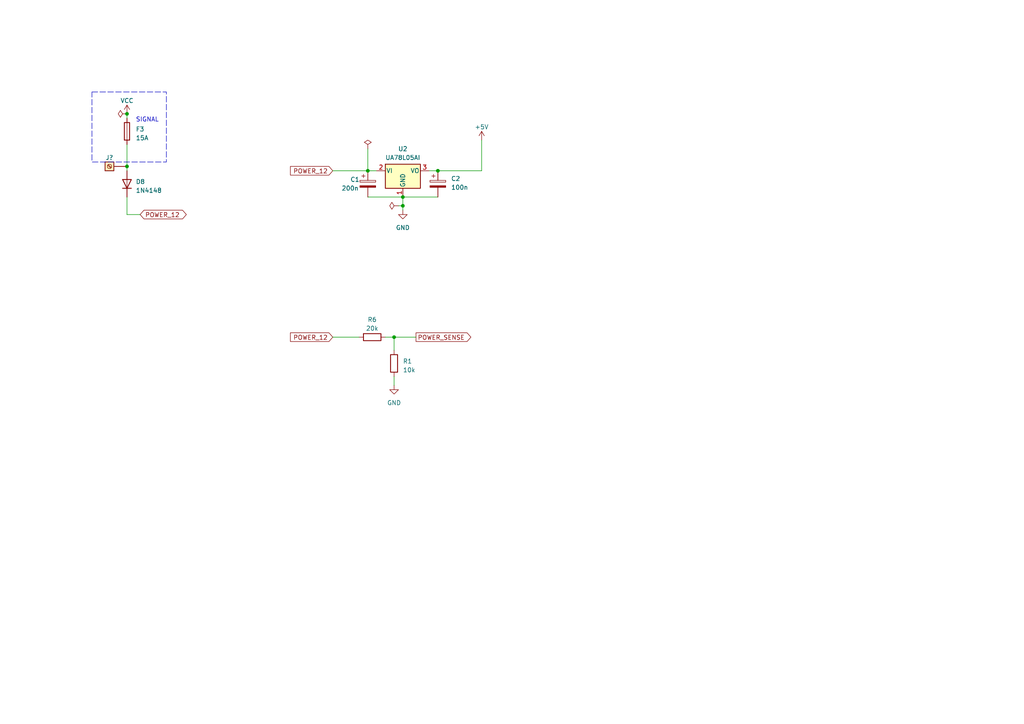
<source format=kicad_sch>
(kicad_sch (version 20230121) (generator eeschema)
  (paper "A4")
  (title_block (title "Power delivery module") (date "2023-04-19"))
  (lib_symbols
    (symbol "Connector:Screw_Terminal_01x01" (pin_numbers hide) (pin_names (offset 1.016) hide)
      (property "Reference" "J" (at 0 2.54 0))
      (property "Value" "Screw_Terminal_01x01" (at 0 -2.54 0))
      (symbol "Screw_Terminal_01x01_1_1"
        (rectangle (start -1.27 1.27) (end 1.27 -1.27) (stroke (width 0.254)) (fill (type background)))
        (polyline (pts (xy -0.5334 0.3302) (xy 0.3302 -0.508)) (stroke (width 0.1524)))
        (polyline (pts (xy -0.3556 0.508) (xy 0.508 -0.3302)) (stroke (width 0.1524)))
        (circle (center 0 0) (radius 0.635) (stroke (width 0.1524)))
        (pin passive line (at -5.08 0 0) (length 3.81) (name "Pin_1") (number "1"))
      )
    )
    (symbol "Device:C_Polarized" (pin_numbers hide) (pin_names (offset 0.254))
      (property "Reference" "C" (at 0.635 2.54 0))
      (property "Value" "C_Polarized" (at 0.635 -2.54 0))
      (symbol "C_Polarized_0_1"
        (rectangle (start -2.286 0.508) (end 2.286 1.016))
        (polyline (pts (xy -1.778 2.286) (xy -0.762 2.286)))
        (polyline (pts (xy -1.27 2.794) (xy -1.27 1.778)))
        (rectangle (start 2.286 -0.508) (end -2.286 -1.016) (fill (type outline)))
      )
      (symbol "C_Polarized_1_1"
        (pin passive line (at 0 3.81 270) (length 2.794) (name "~") (number "1"))
        (pin passive line (at 0 -3.81 90) (length 2.794) (name "~") (number "2"))
      )
    )
    (symbol "Device:R" (pin_numbers hide) (pin_names (offset 0))
      (property "Reference" "R" (at 2.032 0 90))
      (property "Value" "R" (at 0 0 90))
      (symbol "R_0_1"
        (rectangle (start -1.016 -2.54) (end 1.016 2.54) (stroke (width 0.254)))
      )
      (symbol "R_1_1"
        (pin passive line (at 0 3.81 270) (length 1.27) (name "~") (number "1"))
        (pin passive line (at 0 -3.81 90) (length 1.27) (name "~") (number "2"))
      )
    )
    (symbol "Diode:1N4002" (pin_numbers hide) (pin_names hide)
      (property "Reference" "D" (at 0 2.54 0))
      (property "Value" "1N4002" (at 0 -2.54 0))
      (symbol "1N4002_0_1"
        (polyline (pts (xy -1.27 1.27) (xy -1.27 -1.27)) (stroke (width 0.254)))
        (polyline (pts (xy 1.27 0) (xy -1.27 0)))
        (polyline (pts (xy 1.27 1.27) (xy 1.27 -1.27) (xy -1.27 0) (xy 1.27 1.27)) (stroke (width 0.254)))
      )
      (symbol "1N4002_1_1"
        (pin passive line (at -3.81 0 0) (length 2.54) (name "K") (number "1"))
        (pin passive line (at 3.81 0 180) (length 2.54) (name "A") (number "2"))
      )
    )
    (symbol "Fuse_1" (pin_numbers hide) (pin_names (offset 0))
      (property "Reference" "F" (at 2.032 0 90))
      (property "Value" "Fuse" (at -1.905 0 90))
      (symbol "Fuse_1_0_1"
        (rectangle (start -0.762 -2.54) (end 0.762 2.54) (stroke (width 0.254)))
        (polyline (pts (xy 0 2.54) (xy 0 -2.54)))
      )
      (symbol "Fuse_1_1_1"
        (pin passive line (at 0 3.81 270) (length 1.27) (name "~") (number "1"))
        (pin passive line (at 0 -3.81 90) (length 1.27) (name "~") (number "2"))
      )
    )
    (symbol "Regulator_Linear:LM7905_TO220" (pin_names (offset 0.254))
      (property "Reference" "U" (at -3.81 -3.175 0))
      (property "Value" "LM7905_TO220" (at 0 -3.175 0))
      (symbol "LM7905_TO220_0_1"
        (rectangle (start -5.08 5.08) (end 5.08 -1.905) (stroke (width 0.254)) (fill (type background)))
      )
      (symbol "LM7905_TO220_1_1"
        (pin power_in line (at 0 7.62 270) (length 2.54) (name "GND") (number "1"))
        (pin power_in line (at -7.62 0 0) (length 2.54) (name "VI") (number "2"))
        (pin power_out line (at 7.62 0 180) (length 2.54) (name "VO") (number "3"))
      )
    )
    (symbol "power:+5V" (power) (pin_names (offset 0))
      (property "Value" "+5V" (at 0 3.556 0))
      (symbol "+5V_0_1"
        (polyline (pts (xy -0.762 1.27) (xy 0 2.54)))
        (polyline (pts (xy 0 0) (xy 0 2.54)))
        (polyline (pts (xy 0 2.54) (xy 0.762 1.27)))
      )
      (symbol "+5V_1_1"
        (pin power_in line (at 0 0 90) (length 0) hide (name "+5V") (number "1"))
      )
    )
    (symbol "power:GND" (power) (pin_names (offset 0))
      (property "Value" "GND" (at 0 -3.81 0))
      (symbol "GND_0_1"
        (polyline (pts (xy 0 0) (xy 0 -1.27) (xy 1.27 -1.27) (xy 0 -2.54) (xy -1.27 -1.27) (xy 0 -1.27)))
      )
      (symbol "GND_1_1"
        (pin power_in line (at 0 0 270) (length 0) hide (name "GND") (number "1"))
      )
    )
    (symbol "power:PWR_FLAG" (power) (pin_numbers hide) (pin_names (offset 0) hide)
      (property "Value" "PWR_FLAG" (at 0 3.81 0))
      (symbol "PWR_FLAG_0_0"
        (pin power_out line (at 0 0 90) (length 0) (name "pwr") (number "1"))
      )
      (symbol "PWR_FLAG_0_1"
        (polyline (pts (xy 0 0) (xy 0 1.27) (xy -1.016 1.905) (xy 0 2.54) (xy 1.016 1.905) (xy 0 1.27)))
      )
    )
    (symbol "power:VCC" (power) (pin_names (offset 0))
      (property "Value" "VCC" (at 0 3.81 0))
      (symbol "VCC_0_1"
        (polyline (pts (xy -0.762 1.27) (xy 0 2.54)))
        (polyline (pts (xy 0 0) (xy 0 2.54)))
        (polyline (pts (xy 0 2.54) (xy 0.762 1.27)))
      )
      (symbol "VCC_1_1"
        (pin power_in line (at 0 0 90) (length 0) hide (name "VCC") (number "1"))
      )
    )
  )
  (junction (at 127 49.53))
  (junction (at 116.84 57.15))
  (junction (at 36.83 33.02))
  (junction (at 106.68 49.53))
  (junction (at 114.3 97.79))
  (junction (at 36.83 48.26))
  (junction (at 116.84 59.69))
  (wire (pts (xy 115.57 59.69) (xy 116.84 59.69)))
  (wire (pts (xy 106.68 43.18) (xy 106.68 49.53)))
  (wire (pts (xy 111.76 97.79) (xy 114.3 97.79)))
  (wire (pts (xy 36.83 41.91) (xy 36.83 48.26)))
  (wire (pts (xy 36.83 33.02) (xy 36.83 34.29)))
  (wire (pts (xy 116.84 57.15) (xy 127 57.15)))
  (wire (pts (xy 106.68 49.53) (xy 109.22 49.53)))
  (wire (pts (xy 114.3 109.22) (xy 114.3 111.76)))
  (wire (pts (xy 127 49.53) (xy 139.7 49.53)))
  (wire (pts (xy 36.83 49.53) (xy 36.83 48.26)))
  (wire (pts (xy 116.84 59.69) (xy 116.84 57.15)))
  (wire (pts (xy 139.7 49.53) (xy 139.7 40.64)))
  (wire (pts (xy 124.46 49.53) (xy 127 49.53)))
  (wire (pts (xy 116.84 60.96) (xy 116.84 59.69)))
  (wire (pts (xy 114.3 97.79) (xy 120.65 97.79)))
  (wire (pts (xy 114.3 101.6) (xy 114.3 97.79)))
  (wire (pts (xy 96.52 97.79) (xy 104.14 97.79)))
  (wire (pts (xy 36.83 57.15) (xy 36.83 62.23)))
  (wire (pts (xy 106.68 57.15) (xy 116.84 57.15)))
  (wire (pts (xy 36.83 62.23) (xy 40.64 62.23)))
  (wire (pts (xy 96.52 49.53) (xy 106.68 49.53)))
  (rectangle (start 26.67 26.67) (end 48.26 46.99) (stroke (width 0) (type dash)))
  (text "SIGNAL" (at 39.37 35.56 0) (effects (font (size 1.27 1.27)) (justify left bottom)))
  (global_label "POWER_SENSE" (shape output) (at 120.65 97.79 0) (property "Intersheetrefs" "${INTERSHEET_REFS}" (effects hide)))
  (global_label "POWER_12" (shape bidirectional) (at 40.64 62.23 0) (property "Intersheetrefs" "${INTERSHEET_REFS}" (effects hide)))
  (global_label "POWER_12" (shape input) (at 96.52 97.79 180) (property "Intersheetrefs" "${INTERSHEET_REFS}" (effects hide)))
  (global_label "POWER_12" (shape input) (at 96.52 49.53 180) (property "Intersheetrefs" "${INTERSHEET_REFS}" (effects hide)))
  (symbol (lib_id "Device:R") (at 114.3 105.41 0) (unit 1)
    (property "Reference" "R1" (at 116.84 104.775 0) (effects (justify left)))
    (property "Value" "10k" (at 116.84 107.315 0) (effects (justify left)))
    (property "Sim.Device" "R" (effects hide))
    (property "Sim.Pins" "1=+ 2=-" (effects hide))
    (instances (project "led_drive" (path "" (reference "R1") (unit 1)) (path "" (reference "R3") (unit 1)) (path "" (reference "R5") (unit 1))))
  )
  (symbol (lib_id "power:VCC") (at 36.83 33.02 0) (unit 1)
    (property "Reference" "#PWR028" (effects hide))
    (property "Value" "VCC" (at 36.83 29.21 0))
    (instances (project "led_drive" (path "" (reference "#PWR028") (unit 1)) (path "" (reference "#PWR020") (unit 1)) (path "" (reference "#PWR04") (unit 1))))
  )
  (symbol (lib_id "power:GND") (at 116.84 60.96 0) (unit 1)
    (property "Reference" "#PWR011" (effects hide))
    (property "Value" "GND" (at 116.84 66.04 0))
    (instances (project "led_drive" (path "" (reference "#PWR011") (unit 1)) (path "" (reference "#PWR037") (unit 1)) (path "" (reference "#PWR07") (unit 1))))
  )
  (symbol (lib_id "Connector:Screw_Terminal_01x01") (at 31.75 48.26 180) (unit 1)
    (property "Reference" "J?" (at 31.75 45.72 0))
    (property "Value" "Screw_Terminal_01x01" (effects hide))
    (instances (project "led_drive" (path "" (reference "J?") (unit 1)) (path "" (reference "J4") (unit 1)) (path "" (reference "J16") (unit 1)) (path "" (reference "J2") (unit 1))))
  )
  (symbol (lib_id "Device:R") (at 107.95 97.79 90) (unit 1)
    (property "Reference" "R6" (at 107.95 92.71 90))
    (property "Value" "20k" (at 107.95 95.25 90))
    (property "Sim.Device" "R" (effects hide))
    (property "Sim.Pins" "1=+ 2=-" (effects hide))
    (instances (project "led_drive" (path "" (reference "R6") (unit 1)) (path "" (reference "R2") (unit 1)) (path "" (reference "R6") (unit 1))))
  )
  (symbol (lib_id "Device:C_Polarized") (at 127 53.34 0) (unit 1)
    (property "Reference" "C2" (at 130.81 51.816 0) (effects (justify left)))
    (property "Value" "100n" (at 130.81 54.356 0) (effects (justify left)))
    (property "Footprint" "Diode_THT:D_DO-35_SOD27_P7.62mm_Horizontal" (effects hide))
    (instances (project "led_drive" (path "" (reference "C2") (unit 1)) (path "" (reference "C12") (unit 1)) (path "" (reference "C6") (unit 1))))
  )
  (symbol (lib_id "power:PWR_FLAG") (at 36.83 33.02 90) (unit 1)
    (property "Reference" "#FLG04" (effects hide))
    (property "Value" "PWR_FLAG" (effects hide))
    (property "Sim.Device" "V" (effects hide))
    (property "Sim.Type" "DC" (effects hide))
    (property "Sim.Pins" "1=+" (effects hide))
    (property "Sim.Params" "dc=12" (effects hide))
    (instances (project "led_drive" (path "" (reference "#FLG04") (unit 1)) (path "" (reference "#FLG05") (unit 1)) (path "" (reference "#FLG05") (unit 1))))
  )
  (symbol (lib_id "power:PWR_FLAG") (at 115.57 59.69 90) (unit 1)
    (property "Reference" "#FLG02" (effects hide))
    (property "Value" "PWR_FLAG" (effects hide))
    (property "Sim.Device" "V" (effects hide))
    (property "Sim.Type" "DC" (effects hide))
    (property "Sim.Pins" "1=+" (effects hide))
    (property "Sim.Params" "dc=0" (effects hide))
    (instances (project "led_drive" (path "" (reference "#FLG02") (unit 1)) (path "" (reference "#FLG07") (unit 1)) (path "" (reference "#FLG07") (unit 1))))
  )
  (symbol (lib_id "power:+5V") (at 139.7 40.64 0) (unit 1)
    (property "Reference" "#PWR013" (effects hide))
    (property "Value" "+5V" (at 139.7 36.83 0))
    (instances (project "led_drive" (path "" (reference "#PWR013") (unit 1)) (path "" (reference "#PWR041") (unit 1)) (path "" (reference "#PWR017") (unit 1))))
  )
  (symbol (lib_id "power:PWR_FLAG") (at 106.68 43.18 0) (unit 1)
    (property "Reference" "#FLG03" (effects hide))
    (property "Value" "PWR_FLAG" (effects hide))
    (property "Sim.Device" "V" (effects hide))
    (property "Sim.Type" "DC" (effects hide))
    (property "Sim.Pins" "1=+" (effects hide))
    (property "Sim.Params" "dc=12" (effects hide))
    (instances (project "led_drive" (path "" (reference "#FLG03") (unit 1)) (path "" (reference "#FLG06") (unit 1)) (path "" (reference "#FLG06") (unit 1))))
  )
  (symbol (lib_id "power:GND") (at 114.3 111.76 0) (unit 1)
    (property "Reference" "#PWR03" (effects hide))
    (property "Value" "GND" (at 114.3 116.84 0))
    (instances (project "led_drive" (path "" (reference "#PWR030") (unit 1)) (path "" (reference "#PWR06") (unit 1))))
  )
  (symbol (lib_id "Diode:1N4002") (at 36.83 53.34 90) (unit 1)
    (property "Reference" "D8" (at 39.37 52.705 90) (effects (justify right)))
    (property "Value" "1N4148" (at 39.37 55.245 90) (effects (justify right)))
    (property "Footprint" "Diode_THT:D_DO-41_SOD81_P10.16mm_Horizontal" (effects hide))
    (property "Datasheet" "http://www.vishay.com/docs/88503/1n4001.pdf" (effects hide))
    (property "Sim.Device" "D" (effects hide))
    (property "Sim.Pins" "1=K 2=A" (effects hide))
    (instances (project "led_drive" (path "" (reference "D8") (unit 1)) (path "" (reference "D12") (unit 1)) (path "" (reference "D14") (unit 1)) (path "" (reference "D2") (unit 1))))
  )
  (symbol (lib_id "Device:C_Polarized") (at 106.68 53.34 0) (unit 1)
    (property "Reference" "C1" (at 101.6 52.07 0) (effects (justify left)))
    (property "Value" "200n" (at 99.06 54.61 0) (effects (justify left)))
    (property "Footprint" "Diode_THT:D_DO-35_SOD27_P7.62mm_Horizontal" (effects hide))
    (instances (project "led_drive" (path "" (reference "C1") (unit 1)) (path "" (reference "C11") (unit 1)) (path "" (reference "C5") (unit 1))))
  )
  (symbol (lib_id "Regulator_Linear:LM7905_TO220") (at 116.84 49.53 0) (mirror x) (unit 1)
    (property "Reference" "U2" (at 116.84 43.18 0))
    (property "Value" "UA78L05AI" (at 116.84 45.72 0))
    (property "Footprint" "Package_TO_SOT_THT:TO-220-3_Vertical" (effects hide))
    (property "Datasheet" "https://www.onsemi.com/pub/Collateral/MC7900-D.PDF" (effects hide))
    (instances (project "led_drive" (path "" (reference "U2") (unit 1)) (path "" (reference "U4") (unit 1)) (path "" (reference "U4") (unit 1))))
  )
  (symbol (lib_name "Fuse_1") (lib_id "Device:Fuse") (at 36.83 38.1 0) (unit 1) (in_bom no) (on_board no)
    (property "Reference" "F3" (at 39.37 37.465 0) (effects (justify left)))
    (property "Value" "15A" (at 39.37 40.005 0) (effects (justify left)))
    (instances (project "led_drive" (path "" (reference "F3") (unit 1)) (path "" (reference "F4") (unit 1)) (path "" (reference "F2") (unit 1))))
  )
)
</source>
